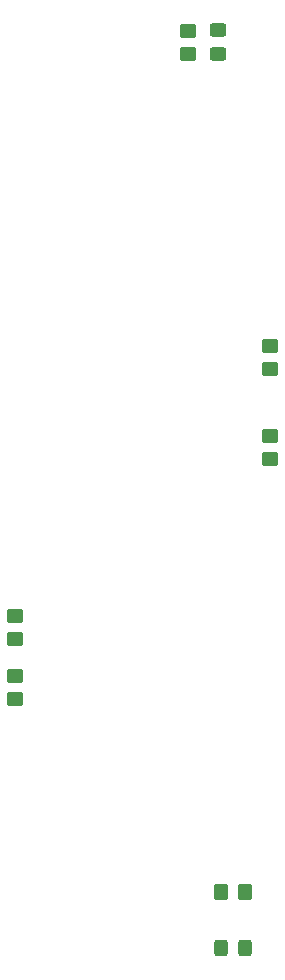
<source format=gbr>
%TF.GenerationSoftware,KiCad,Pcbnew,8.0.3*%
%TF.CreationDate,2024-09-30T00:23:01-04:00*%
%TF.ProjectId,mcu-board,6d63752d-626f-4617-9264-2e6b69636164,rev?*%
%TF.SameCoordinates,Original*%
%TF.FileFunction,Paste,Top*%
%TF.FilePolarity,Positive*%
%FSLAX46Y46*%
G04 Gerber Fmt 4.6, Leading zero omitted, Abs format (unit mm)*
G04 Created by KiCad (PCBNEW 8.0.3) date 2024-09-30 00:23:01*
%MOMM*%
%LPD*%
G01*
G04 APERTURE LIST*
G04 Aperture macros list*
%AMRoundRect*
0 Rectangle with rounded corners*
0 $1 Rounding radius*
0 $2 $3 $4 $5 $6 $7 $8 $9 X,Y pos of 4 corners*
0 Add a 4 corners polygon primitive as box body*
4,1,4,$2,$3,$4,$5,$6,$7,$8,$9,$2,$3,0*
0 Add four circle primitives for the rounded corners*
1,1,$1+$1,$2,$3*
1,1,$1+$1,$4,$5*
1,1,$1+$1,$6,$7*
1,1,$1+$1,$8,$9*
0 Add four rect primitives between the rounded corners*
20,1,$1+$1,$2,$3,$4,$5,0*
20,1,$1+$1,$4,$5,$6,$7,0*
20,1,$1+$1,$6,$7,$8,$9,0*
20,1,$1+$1,$8,$9,$2,$3,0*%
G04 Aperture macros list end*
%ADD10RoundRect,0.250000X0.350000X0.450000X-0.350000X0.450000X-0.350000X-0.450000X0.350000X-0.450000X0*%
%ADD11RoundRect,0.250000X-0.325000X-0.450000X0.325000X-0.450000X0.325000X0.450000X-0.325000X0.450000X0*%
%ADD12RoundRect,0.250000X-0.450000X0.350000X-0.450000X-0.350000X0.450000X-0.350000X0.450000X0.350000X0*%
%ADD13RoundRect,0.250000X0.450000X-0.350000X0.450000X0.350000X-0.450000X0.350000X-0.450000X-0.350000X0*%
%ADD14RoundRect,0.250000X0.450000X-0.325000X0.450000X0.325000X-0.450000X0.325000X-0.450000X-0.325000X0*%
G04 APERTURE END LIST*
D10*
%TO.C,R6*%
X173750000Y-106250000D03*
X171750000Y-106250000D03*
%TD*%
D11*
%TO.C,D2*%
X171725000Y-111000000D03*
X173775000Y-111000000D03*
%TD*%
D12*
%TO.C,R4*%
X154305000Y-82820000D03*
X154305000Y-84820000D03*
%TD*%
D13*
%TO.C,R5*%
X168910000Y-35290000D03*
X168910000Y-33290000D03*
%TD*%
D12*
%TO.C,R3*%
X154305000Y-87900000D03*
X154305000Y-89900000D03*
%TD*%
D13*
%TO.C,R1*%
X175895000Y-61960000D03*
X175895000Y-59960000D03*
%TD*%
%TO.C,R2*%
X175895000Y-69580000D03*
X175895000Y-67580000D03*
%TD*%
D14*
%TO.C,D1*%
X171450000Y-35315000D03*
X171450000Y-33265000D03*
%TD*%
M02*

</source>
